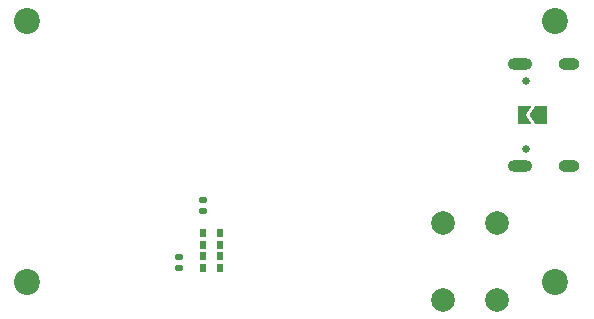
<source format=gbr>
%TF.GenerationSoftware,KiCad,Pcbnew,7.0.1*%
%TF.CreationDate,2023-04-17T02:54:27-04:00*%
%TF.ProjectId,DesktopSensorHub,4465736b-746f-4705-9365-6e736f724875,rev?*%
%TF.SameCoordinates,Original*%
%TF.FileFunction,Soldermask,Top*%
%TF.FilePolarity,Negative*%
%FSLAX46Y46*%
G04 Gerber Fmt 4.6, Leading zero omitted, Abs format (unit mm)*
G04 Created by KiCad (PCBNEW 7.0.1) date 2023-04-17 02:54:27*
%MOMM*%
%LPD*%
G01*
G04 APERTURE LIST*
G04 Aperture macros list*
%AMRoundRect*
0 Rectangle with rounded corners*
0 $1 Rounding radius*
0 $2 $3 $4 $5 $6 $7 $8 $9 X,Y pos of 4 corners*
0 Add a 4 corners polygon primitive as box body*
4,1,4,$2,$3,$4,$5,$6,$7,$8,$9,$2,$3,0*
0 Add four circle primitives for the rounded corners*
1,1,$1+$1,$2,$3*
1,1,$1+$1,$4,$5*
1,1,$1+$1,$6,$7*
1,1,$1+$1,$8,$9*
0 Add four rect primitives between the rounded corners*
20,1,$1+$1,$2,$3,$4,$5,0*
20,1,$1+$1,$4,$5,$6,$7,0*
20,1,$1+$1,$6,$7,$8,$9,0*
20,1,$1+$1,$8,$9,$2,$3,0*%
%AMFreePoly0*
4,1,6,1.000000,0.000000,0.500000,-0.750000,-0.500000,-0.750000,-0.500000,0.750000,0.500000,0.750000,1.000000,0.000000,1.000000,0.000000,$1*%
%AMFreePoly1*
4,1,6,0.500000,-0.750000,-0.650000,-0.750000,-0.150000,0.000000,-0.650000,0.750000,0.500000,0.750000,0.500000,-0.750000,0.500000,-0.750000,$1*%
G04 Aperture macros list end*
%ADD10C,2.200000*%
%ADD11FreePoly0,180.000000*%
%ADD12FreePoly1,180.000000*%
%ADD13RoundRect,0.140000X0.170000X-0.140000X0.170000X0.140000X-0.170000X0.140000X-0.170000X-0.140000X0*%
%ADD14R,0.600000X0.720000*%
%ADD15C,2.000000*%
%ADD16C,0.650000*%
%ADD17O,1.800000X1.000000*%
%ADD18O,2.100000X1.000000*%
G04 APERTURE END LIST*
D10*
%TO.C,REF\u002A\u002A*%
X98300000Y-88450000D03*
%TD*%
%TO.C,REF\u002A\u002A*%
X143000000Y-88450000D03*
%TD*%
%TO.C,REF\u002A\u002A*%
X143000000Y-66350000D03*
%TD*%
D11*
%TO.C,JMP1*%
X141780000Y-74300000D03*
D12*
X140330000Y-74300000D03*
%TD*%
D10*
%TO.C,REF\u002A\u002A*%
X98300000Y-66350000D03*
%TD*%
D13*
%TO.C,C3*%
X113200000Y-82480000D03*
X113200000Y-81520000D03*
%TD*%
%TO.C,C4*%
X111200000Y-87280000D03*
X111200000Y-86320000D03*
%TD*%
D14*
%TO.C,U2*%
X114600000Y-84345000D03*
X114600000Y-85315000D03*
X114600000Y-86285000D03*
X114600000Y-87255000D03*
X113200000Y-87255000D03*
X113200000Y-86285000D03*
X113200000Y-85315000D03*
X113200000Y-84345000D03*
%TD*%
D15*
%TO.C,SW1*%
X138050000Y-89950000D03*
X138050000Y-83450000D03*
X133550000Y-89950000D03*
X133550000Y-83450000D03*
%TD*%
D16*
%TO.C,J1*%
X140495000Y-71410000D03*
X140495000Y-77190000D03*
D17*
X144175000Y-69980000D03*
D18*
X139995000Y-69980000D03*
D17*
X144175000Y-78620000D03*
D18*
X139995000Y-78620000D03*
%TD*%
M02*

</source>
